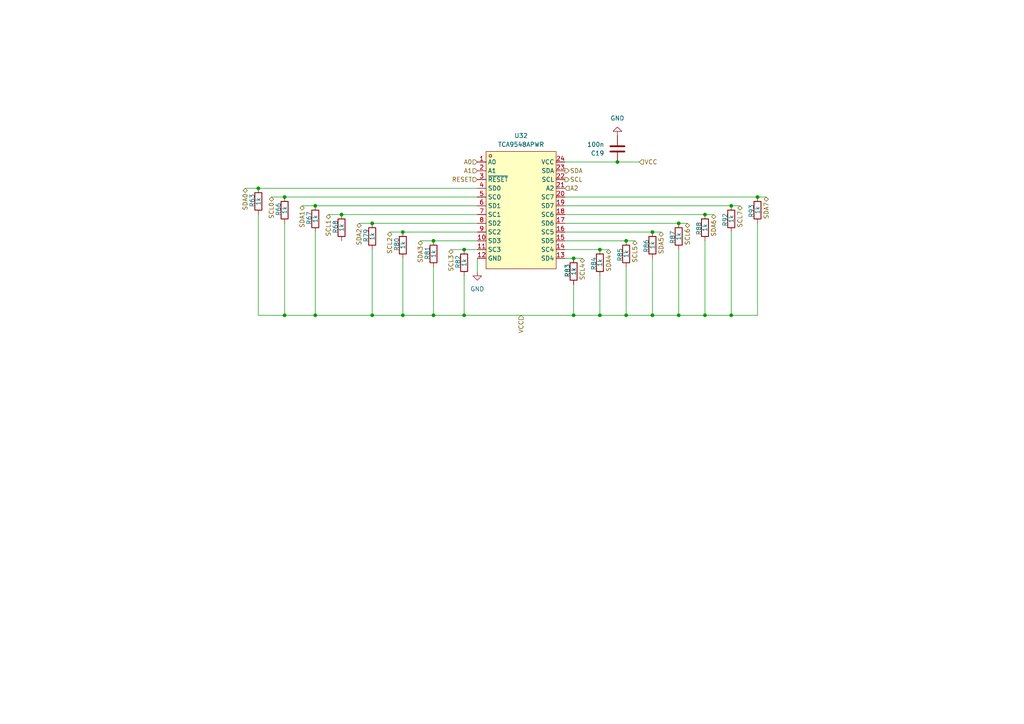
<source format=kicad_sch>
(kicad_sch (version 20250114) (generator "eeschema") (generator_version "9.0")
  (paper "A4")
  (lib_symbols
    (symbol "COMPONENTS:TCA9548APWR"
      (property "Reference" "U" (at 0 19.05 0))
      (property "Value" "TCA9548APWR" (at 0 -19.05 0))
      (symbol "TCA9548APWR_0_1"
        (rectangle (start -10.16 17.02) (end 10.16 -17.02) (fill (type background)))
        (circle (center -8.89 15.75) (radius 0.38))
        (circle (center -8.89 15.75) (radius 0.38))
        (pin unspecified line (at -12.7 13.97 0) (length 2.54) (name "A0") (number "1"))
        (pin unspecified line (at -12.7 11.43 0) (length 2.54) (name "A1") (number "2"))
        (pin unspecified line (at -12.7 8.89 0) (length 2.54) (name "~{RESET}") (number "3"))
        (pin unspecified line (at -12.7 6.35 0) (length 2.54) (name "SD0") (number "4"))
        (pin unspecified line (at -12.7 3.81 0) (length 2.54) (name "SC0") (number "5"))
        (pin unspecified line (at -12.7 1.27 0) (length 2.54) (name "SD1") (number "6"))
        (pin unspecified line (at -12.7 -1.27 0) (length 2.54) (name "SC1") (number "7"))
        (pin unspecified line (at -12.7 -3.81 0) (length 2.54) (name "SD2") (number "8"))
        (pin unspecified line (at -12.7 -6.35 0) (length 2.54) (name "SC2") (number "9"))
        (pin unspecified line (at -12.7 -8.89 0) (length 2.54) (name "SD3") (number "10"))
        (pin unspecified line (at -12.7 -11.43 0) (length 2.54) (name "SC3") (number "11"))
        (pin unspecified line (at -12.7 -13.97 0) (length 2.54) (name "GND") (number "12"))
        (pin unspecified line (at 12.7 13.97 180) (length 2.54) (name "VCC") (number "24"))
        (pin unspecified line (at 12.7 11.43 180) (length 2.54) (name "SDA") (number "23"))
        (pin unspecified line (at 12.7 8.89 180) (length 2.54) (name "SCL") (number "22"))
        (pin unspecified line (at 12.7 6.35 180) (length 2.54) (name "A2") (number "21"))
        (pin unspecified line (at 12.7 3.81 180) (length 2.54) (name "SC7") (number "20"))
        (pin unspecified line (at 12.7 1.27 180) (length 2.54) (name "SD7") (number "19"))
        (pin unspecified line (at 12.7 -1.27 180) (length 2.54) (name "SC6") (number "18"))
        (pin unspecified line (at 12.7 -3.81 180) (length 2.54) (name "SD6") (number "17"))
        (pin unspecified line (at 12.7 -6.35 180) (length 2.54) (name "SC5") (number "16"))
        (pin unspecified line (at 12.7 -8.89 180) (length 2.54) (name "SD5") (number "15"))
        (pin unspecified line (at 12.7 -11.43 180) (length 2.54) (name "SC4") (number "14"))
        (pin unspecified line (at 12.7 -13.97 180) (length 2.54) (name "SD4") (number "13"))
      )
    )
    (symbol "Device:C" (pin_numbers (hide yes)) (pin_names (offset 0.254))
      (property "Reference" "C" (at 0.635 2.54 0))
      (property "Value" "C" (at 0.635 -2.54 0))
      (symbol "C_0_1"
        (polyline (pts (xy -2.032 0.762) (xy 2.032 0.762)) (stroke (width 0.508)))
        (polyline (pts (xy -2.032 -0.762) (xy 2.032 -0.762)) (stroke (width 0.508)))
      )
      (symbol "C_1_1"
        (pin passive line (at 0 3.81 270) (length 2.794) (name "~") (number "1"))
        (pin passive line (at 0 -3.81 90) (length 2.794) (name "~") (number "2"))
      )
    )
    (symbol "Device:R" (pin_numbers (hide yes)) (pin_names (offset 0))
      (property "Reference" "R" (at 2.032 0 90))
      (property "Value" "R" (at 0 0 90))
      (symbol "R_0_1"
        (rectangle (start -1.016 -2.54) (end 1.016 2.54) (stroke (width 0.254)))
      )
      (symbol "R_1_1"
        (pin passive line (at 0 3.81 270) (length 1.27) (name "~") (number "1"))
        (pin passive line (at 0 -3.81 90) (length 1.27) (name "~") (number "2"))
      )
    )
    (symbol "power:GND" (power) (pin_numbers (hide yes)) (pin_names (offset 0) (hide yes))
      (property "Value" "GND" (at 0 -3.81 0))
      (symbol "GND_0_1"
        (polyline (pts (xy 0 0) (xy 0 -1.27) (xy 1.27 -1.27) (xy 0 -2.54) (xy -1.27 -1.27) (xy 0 -1.27)))
      )
      (symbol "GND_1_1"
        (pin power_in line (at 0 0 270) (length 0) (name "~") (number "1"))
      )
    )
  )
  (junction (at 189.23 91.44))
  (junction (at 116.84 67.31))
  (junction (at 181.61 91.44))
  (junction (at 99.06 62.23))
  (junction (at 91.44 59.69))
  (junction (at 173.99 91.44))
  (junction (at 125.73 69.85))
  (junction (at 181.61 69.85))
  (junction (at 196.85 91.44))
  (junction (at 82.55 91.44))
  (junction (at 212.09 91.44))
  (junction (at 91.44 91.44))
  (junction (at 204.47 62.23))
  (junction (at 173.99 72.39))
  (junction (at 116.84 91.44))
  (junction (at 166.37 74.93))
  (junction (at 204.47 91.44))
  (junction (at 166.37 91.44))
  (junction (at 125.73 91.44))
  (junction (at 74.93 54.61))
  (junction (at 196.85 64.77))
  (junction (at 179.07 46.99))
  (junction (at 219.71 57.15))
  (junction (at 134.62 91.44))
  (junction (at 134.62 72.39))
  (junction (at 107.95 91.44))
  (junction (at 82.55 57.15))
  (junction (at 212.09 59.69))
  (junction (at 189.23 67.31))
  (junction (at 107.95 64.77))
  (wire (pts (xy 125.73 91.44) (xy 125.73 77.47)))
  (wire (pts (xy 204.47 62.23) (xy 207.01 62.23)))
  (wire (pts (xy 179.07 46.99) (xy 185.42 46.99)))
  (wire (pts (xy 78.74 57.15) (xy 82.55 57.15)))
  (wire (pts (xy 107.95 64.77) (xy 138.43 64.77)))
  (wire (pts (xy 173.99 80.01) (xy 173.99 91.44)))
  (wire (pts (xy 181.61 91.44) (xy 173.99 91.44)))
  (wire (pts (xy 212.09 67.31) (xy 212.09 91.44)))
  (wire (pts (xy 121.92 69.85) (xy 125.73 69.85)))
  (wire (pts (xy 173.99 72.39) (xy 176.53 72.39)))
  (wire (pts (xy 134.62 72.39) (xy 138.43 72.39)))
  (wire (pts (xy 219.71 91.44) (xy 212.09 91.44)))
  (wire (pts (xy 181.61 69.85) (xy 163.83 69.85)))
  (wire (pts (xy 189.23 91.44) (xy 181.61 91.44)))
  (wire (pts (xy 204.47 91.44) (xy 196.85 91.44)))
  (wire (pts (xy 168.91 74.93) (xy 166.37 74.93)))
  (wire (pts (xy 99.06 62.23) (xy 138.43 62.23)))
  (wire (pts (xy 82.55 64.77) (xy 82.55 91.44)))
  (wire (pts (xy 130.81 72.39) (xy 134.62 72.39)))
  (wire (pts (xy 87.63 59.69) (xy 91.44 59.69)))
  (wire (pts (xy 163.83 62.23) (xy 204.47 62.23)))
  (wire (pts (xy 163.83 57.15) (xy 219.71 57.15)))
  (wire (pts (xy 74.93 54.61) (xy 138.43 54.61)))
  (wire (pts (xy 125.73 91.44) (xy 116.84 91.44)))
  (wire (pts (xy 166.37 82.55) (xy 166.37 91.44)))
  (wire (pts (xy 191.77 67.31) (xy 189.23 67.31)))
  (wire (pts (xy 163.83 46.99) (xy 179.07 46.99)))
  (wire (pts (xy 116.84 67.31) (xy 138.43 67.31)))
  (wire (pts (xy 82.55 91.44) (xy 91.44 91.44)))
  (wire (pts (xy 95.25 62.23) (xy 99.06 62.23)))
  (wire (pts (xy 212.09 91.44) (xy 204.47 91.44)))
  (wire (pts (xy 138.43 78.74) (xy 138.43 74.93)))
  (wire (pts (xy 104.14 64.77) (xy 107.95 64.77)))
  (wire (pts (xy 212.09 59.69) (xy 163.83 59.69)))
  (wire (pts (xy 189.23 74.93) (xy 189.23 91.44)))
  (wire (pts (xy 107.95 91.44) (xy 107.95 72.39)))
  (wire (pts (xy 74.93 62.23) (xy 74.93 91.44)))
  (wire (pts (xy 134.62 91.44) (xy 166.37 91.44)))
  (wire (pts (xy 116.84 91.44) (xy 107.95 91.44)))
  (wire (pts (xy 163.83 67.31) (xy 189.23 67.31)))
  (wire (pts (xy 91.44 59.69) (xy 138.43 59.69)))
  (wire (pts (xy 196.85 72.39) (xy 196.85 91.44)))
  (wire (pts (xy 134.62 91.44) (xy 134.62 80.01)))
  (wire (pts (xy 107.95 91.44) (xy 91.44 91.44)))
  (wire (pts (xy 204.47 69.85) (xy 204.47 91.44)))
  (wire (pts (xy 71.12 54.61) (xy 74.93 54.61)))
  (wire (pts (xy 116.84 91.44) (xy 116.84 74.93)))
  (wire (pts (xy 82.55 57.15) (xy 138.43 57.15)))
  (wire (pts (xy 181.61 77.47) (xy 181.61 91.44)))
  (wire (pts (xy 173.99 72.39) (xy 163.83 72.39)))
  (wire (pts (xy 74.93 91.44) (xy 82.55 91.44)))
  (wire (pts (xy 214.63 59.69) (xy 212.09 59.69)))
  (wire (pts (xy 196.85 64.77) (xy 163.83 64.77)))
  (wire (pts (xy 199.39 64.77) (xy 196.85 64.77)))
  (wire (pts (xy 222.25 57.15) (xy 219.71 57.15)))
  (wire (pts (xy 125.73 69.85) (xy 138.43 69.85)))
  (wire (pts (xy 181.61 69.85) (xy 184.15 69.85)))
  (wire (pts (xy 196.85 91.44) (xy 189.23 91.44)))
  (wire (pts (xy 91.44 91.44) (xy 91.44 67.31)))
  (wire (pts (xy 219.71 64.77) (xy 219.71 91.44)))
  (wire (pts (xy 163.83 74.93) (xy 166.37 74.93)))
  (wire (pts (xy 134.62 91.44) (xy 125.73 91.44)))
  (wire (pts (xy 113.03 67.31) (xy 116.84 67.31)))
  (wire (pts (xy 173.99 91.44) (xy 166.37 91.44)))
  (hierarchical_label "SCL7" (shape bidirectional) (at 214.63 59.69 270))
  (hierarchical_label "SCL1" (shape bidirectional) (at 95.25 62.23 270))
  (hierarchical_label "SDA6" (shape bidirectional) (at 207.01 62.23 270))
  (hierarchical_label "SCL3" (shape bidirectional) (at 130.81 72.39 270))
  (hierarchical_label "RESET" (shape input) (at 138.43 52.07 180))
  (hierarchical_label "SDA4" (shape bidirectional) (at 176.53 72.39 270))
  (hierarchical_label "SCL0" (shape bidirectional) (at 78.74 57.15 270))
  (hierarchical_label "SCL6" (shape bidirectional) (at 199.39 64.77 270))
  (hierarchical_label "VCC" (shape input) (at 185.42 46.99 0))
  (hierarchical_label "SDA" (shape output) (at 163.83 49.53 0))
  (hierarchical_label "SCL5" (shape bidirectional) (at 184.15 69.85 270))
  (hierarchical_label "SCL2" (shape bidirectional) (at 113.03 67.31 270))
  (hierarchical_label "SDA7" (shape bidirectional) (at 222.25 57.15 270))
  (hierarchical_label "SCL" (shape output) (at 163.83 52.07 0))
  (hierarchical_label "A0" (shape input) (at 138.43 46.99 180))
  (hierarchical_label "A1" (shape input) (at 138.43 49.53 180))
  (hierarchical_label "VCC" (shape input) (at 151.13 91.44 270))
  (hierarchical_label "SDA1" (shape bidirectional) (at 87.63 59.69 270))
  (hierarchical_label "SDA3" (shape bidirectional) (at 121.92 69.85 270))
  (hierarchical_label "SCL4" (shape bidirectional) (at 168.91 74.93 270))
  (hierarchical_label "SDA2" (shape bidirectional) (at 104.14 64.77 270))
  (hierarchical_label "A2" (shape input) (at 163.83 54.61 0))
  (hierarchical_label "SDA5" (shape bidirectional) (at 191.77 67.31 270))
  (hierarchical_label "SDA0" (shape bidirectional) (at 71.12 54.61 270))
  (symbol (lib_id "Device:R") (at 82.55 60.96 0) (mirror x) (unit 1)
    (property "Reference" "R55" (at 80.772 60.706 90))
    (property "Value" "1k" (at 82.55 60.96 90))
    (property "Footprint" "Resistor_SMD:R_1206_3216Metric_Pad1.30x1.75mm_HandSolder" (effects (hide yes)))
    (property "Description" "Resistor" (effects (hide yes)))
    (instances (project "Backplane" (path "" (reference "R66") (unit 1)) (path "" (reference "R55") (unit 1))))
  )
  (symbol (lib_id "Device:R") (at 107.95 68.58 0) (mirror x) (unit 1)
    (property "Reference" "R52" (at 106.172 68.326 90))
    (property "Value" "1k" (at 107.95 68.58 90))
    (property "Footprint" "Resistor_SMD:R_1206_3216Metric_Pad1.30x1.75mm_HandSolder" (effects (hide yes)))
    (property "Description" "Resistor" (effects (hide yes)))
    (instances (project "Backplane" (path "" (reference "R79") (unit 1)) (path "" (reference "R52") (unit 1))))
  )
  (symbol (lib_id "Device:R") (at 91.44 63.5 0) (mirror x) (unit 1)
    (property "Reference" "R54" (at 89.662 63.246 90))
    (property "Value" "1k" (at 91.44 63.5 90))
    (property "Footprint" "Resistor_SMD:R_1206_3216Metric_Pad1.30x1.75mm_HandSolder" (effects (hide yes)))
    (property "Description" "Resistor" (effects (hide yes)))
    (instances (project "Backplane" (path "" (reference "R67") (unit 1)) (path "" (reference "R54") (unit 1))))
  )
  (symbol (lib_id "Device:R") (at 189.23 71.12 0) (mirror x) (unit 1)
    (property "Reference" "R44" (at 187.452 71.374 90))
    (property "Value" "1k" (at 189.23 71.12 90))
    (property "Footprint" "Resistor_SMD:R_1206_3216Metric_Pad1.30x1.75mm_HandSolder" (effects (hide yes)))
    (property "Description" "Resistor" (effects (hide yes)))
    (instances (project "Backplane" (path "" (reference "R86") (unit 1)) (path "" (reference "R44") (unit 1))))
  )
  (symbol (lib_id "COMPONENTS:TCA9548APWR") (at 151.13 60.96 0) (unit 1)
    (property "Reference" "U?" (at 151.13 39.37 0))
    (property "Value" "TCA9548APWR" (at 151.13 41.91 0))
    (property "Footprint" "COMPONENTS:TSSOP-24_L7.8-W4.4-P0.65-LS6.4-BL" (effects (hide yes)))
    (property "Datasheet" "https://lcsc.com/product-detail/Logic-ICs_TI_TCA9548APWR_TCA9548APWR_C130026.html" (effects (hide yes)))
    (property "LCSC Part" "C130026" (effects (hide yes)))
    (instances (project "Backplane" (path "" (reference "U32") (unit 1)) (path "" (reference "U?") (unit 1))))
  )
  (symbol (lib_id "power:GND") (at 179.07 39.37 180) (unit 1)
    (property "Reference" "#PWR059" (effects (hide yes)))
    (property "Value" "GND" (at 179.07 34.29 0))
    (property "Description" "Power symbol creates a global label with name \"GND\" , ground" (effects (hide yes)))
    (instances (project "Backplane" (path "" (reference "#PWR0143") (unit 1)) (path "" (reference "#PWR059") (unit 1))))
  )
  (symbol (lib_id "Device:R") (at 219.71 60.96 0) (mirror x) (unit 1)
    (property "Reference" "R48" (at 217.932 61.214 90))
    (property "Value" "1k" (at 219.71 60.96 90))
    (property "Footprint" "Resistor_SMD:R_1206_3216Metric_Pad1.30x1.75mm_HandSolder" (effects (hide yes)))
    (property "Description" "Resistor" (effects (hide yes)))
    (instances (project "Backplane" (path "" (reference "R93") (unit 1)) (path "" (reference "R48") (unit 1))))
  )
  (symbol (lib_id "Device:R") (at 125.73 73.66 0) (mirror x) (unit 1)
    (property "Reference" "R50" (at 123.952 73.406 90))
    (property "Value" "1k" (at 125.73 73.66 90))
    (property "Footprint" "Resistor_SMD:R_1206_3216Metric_Pad1.30x1.75mm_HandSolder" (effects (hide yes)))
    (property "Description" "Resistor" (effects (hide yes)))
    (instances (project "Backplane" (path "" (reference "R81") (unit 1)) (path "" (reference "R50") (unit 1))))
  )
  (symbol (lib_id "Device:R") (at 212.09 63.5 0) (mirror x) (unit 1)
    (property "Reference" "R47" (at 210.312 63.754 90))
    (property "Value" "1k" (at 212.09 63.5 90))
    (property "Footprint" "Resistor_SMD:R_1206_3216Metric_Pad1.30x1.75mm_HandSolder" (effects (hide yes)))
    (property "Description" "Resistor" (effects (hide yes)))
    (instances (project "Backplane" (path "" (reference "R92") (unit 1)) (path "" (reference "R47") (unit 1))))
  )
  (symbol (lib_id "Device:R") (at 166.37 78.74 0) (mirror x) (unit 1)
    (property "Reference" "R41" (at 164.592 78.486 90))
    (property "Value" "1k" (at 166.37 78.74 90))
    (property "Footprint" "Resistor_SMD:R_1206_3216Metric_Pad1.30x1.75mm_HandSolder" (effects (hide yes)))
    (property "Description" "Resistor" (effects (hide yes)))
    (instances (project "Backplane" (path "" (reference "R83") (unit 1)) (path "" (reference "R41") (unit 1))))
  )
  (symbol (lib_id "Device:R") (at 74.93 58.42 0) (mirror x) (unit 1)
    (property "Reference" "R56" (at 73.152 58.166 90))
    (property "Value" "1k" (at 74.93 58.42 90))
    (property "Footprint" "Resistor_SMD:R_1206_3216Metric_Pad1.30x1.75mm_HandSolder" (effects (hide yes)))
    (property "Description" "Resistor" (effects (hide yes)))
    (instances (project "Backplane" (path "" (reference "R63") (unit 1)) (path "" (reference "R56") (unit 1))))
  )
  (symbol (lib_id "power:GND") (at 138.43 78.74 0) (unit 1)
    (property "Reference" "#PWR061" (effects (hide yes)))
    (property "Value" "GND" (at 138.43 83.82 0))
    (property "Description" "Power symbol creates a global label with name \"GND\" , ground" (effects (hide yes)))
    (instances (project "Backplane" (path "" (reference "#PWR0141") (unit 1)) (path "" (reference "#PWR061") (unit 1))))
  )
  (symbol (lib_id "Device:R") (at 99.06 66.04 0) (mirror x) (unit 1)
    (property "Reference" "R53" (at 97.282 65.786 90))
    (property "Value" "1k" (at 99.06 66.04 90))
    (property "Footprint" "Resistor_SMD:R_1206_3216Metric_Pad1.30x1.75mm_HandSolder" (effects (hide yes)))
    (property "Description" "Resistor" (effects (hide yes)))
    (instances (project "Backplane" (path "" (reference "R68") (unit 1)) (path "" (reference "R53") (unit 1))))
  )
  (symbol (lib_id "Device:R") (at 173.99 76.2 0) (mirror x) (unit 1)
    (property "Reference" "R42" (at 172.212 76.454 90))
    (property "Value" "1k" (at 173.99 76.2 90))
    (property "Footprint" "Resistor_SMD:R_1206_3216Metric_Pad1.30x1.75mm_HandSolder" (effects (hide yes)))
    (property "Description" "Resistor" (effects (hide yes)))
    (instances (project "Backplane" (path "" (reference "R84") (unit 1)) (path "" (reference "R42") (unit 1))))
  )
  (symbol (lib_id "Device:R") (at 116.84 71.12 0) (mirror x) (unit 1)
    (property "Reference" "R51" (at 115.062 70.866 90))
    (property "Value" "1k" (at 116.84 71.12 90))
    (property "Footprint" "Resistor_SMD:R_1206_3216Metric_Pad1.30x1.75mm_HandSolder" (effects (hide yes)))
    (property "Description" "Resistor" (effects (hide yes)))
    (instances (project "Backplane" (path "" (reference "R80") (unit 1)) (path "" (reference "R51") (unit 1))))
  )
  (symbol (lib_id "Device:R") (at 134.62 76.2 0) (mirror x) (unit 1)
    (property "Reference" "R49" (at 132.842 75.946 90))
    (property "Value" "1k" (at 134.62 76.2 90))
    (property "Footprint" "Resistor_SMD:R_1206_3216Metric_Pad1.30x1.75mm_HandSolder" (effects (hide yes)))
    (property "Description" "Resistor" (effects (hide yes)))
    (instances (project "Backplane" (path "" (reference "R82") (unit 1)) (path "" (reference "R49") (unit 1))))
  )
  (symbol (lib_id "Device:R") (at 204.47 66.04 0) (mirror x) (unit 1)
    (property "Reference" "R46" (at 202.692 66.294 90))
    (property "Value" "1k" (at 204.47 66.04 90))
    (property "Footprint" "Resistor_SMD:R_1206_3216Metric_Pad1.30x1.75mm_HandSolder" (effects (hide yes)))
    (property "Description" "Resistor" (effects (hide yes)))
    (instances (project "Backplane" (path "" (reference "R88") (unit 1)) (path "" (reference "R46") (unit 1))))
  )
  (symbol (lib_id "Device:C") (at 179.07 43.18 180) (unit 1)
    (property "Reference" "C16" (at 175.26 44.4501 0) (effects (justify left)))
    (property "Value" "100n" (at 175.26 41.9101 0) (effects (justify left)))
    (property "Footprint" "Resistor_SMD:R_1206_3216Metric_Pad1.30x1.75mm_HandSolder" (effects (hide yes)))
    (property "Description" "Unpolarized capacitor" (effects (hide yes)))
    (instances (project "Backplane" (path "" (reference "C19") (unit 1)) (path "" (reference "C16") (unit 1))))
  )
  (symbol (lib_id "Device:R") (at 196.85 68.58 0) (mirror x) (unit 1)
    (property "Reference" "R45" (at 195.072 68.834 90))
    (property "Value" "1k" (at 196.85 68.58 90))
    (property "Footprint" "Resistor_SMD:R_1206_3216Metric_Pad1.30x1.75mm_HandSolder" (effects (hide yes)))
    (property "Description" "Resistor" (effects (hide yes)))
    (instances (project "Backplane" (path "" (reference "R87") (unit 1)) (path "" (reference "R45") (unit 1))))
  )
  (symbol (lib_id "Device:R") (at 181.61 73.66 0) (mirror x) (unit 1)
    (property "Reference" "R43" (at 179.832 73.914 90))
    (property "Value" "1k" (at 181.61 73.66 90))
    (property "Footprint" "Resistor_SMD:R_1206_3216Metric_Pad1.30x1.75mm_HandSolder" (effects (hide yes)))
    (property "Description" "Resistor" (effects (hide yes)))
    (instances (project "Backplane" (path "" (reference "R85") (unit 1)) (path "" (reference "R43") (unit 1))))
  )
)
</source>
